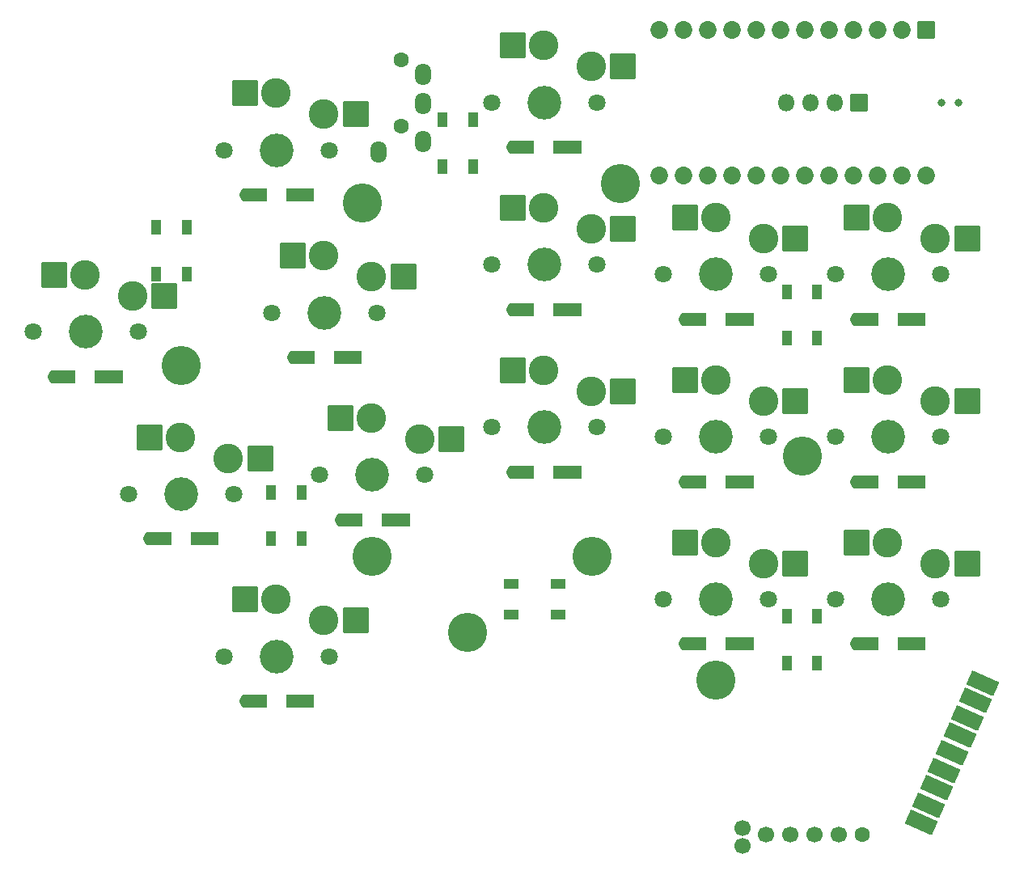
<source format=gbr>
%TF.GenerationSoftware,KiCad,Pcbnew,(6.0.7)*%
%TF.CreationDate,2022-09-08T03:06:03-04:00*%
%TF.ProjectId,left_main_routed,6c656674-5f6d-4616-996e-5f726f757465,v1.0.0*%
%TF.SameCoordinates,Original*%
%TF.FileFunction,Soldermask,Bot*%
%TF.FilePolarity,Negative*%
%FSLAX46Y46*%
G04 Gerber Fmt 4.6, Leading zero omitted, Abs format (unit mm)*
G04 Created by KiCad (PCBNEW (6.0.7)) date 2022-09-08 03:06:03*
%MOMM*%
%LPD*%
G01*
G04 APERTURE LIST*
G04 Aperture macros list*
%AMRoundRect*
0 Rectangle with rounded corners*
0 $1 Rounding radius*
0 $2 $3 $4 $5 $6 $7 $8 $9 X,Y pos of 4 corners*
0 Add a 4 corners polygon primitive as box body*
4,1,4,$2,$3,$4,$5,$6,$7,$8,$9,$2,$3,0*
0 Add four circle primitives for the rounded corners*
1,1,$1+$1,$2,$3*
1,1,$1+$1,$4,$5*
1,1,$1+$1,$6,$7*
1,1,$1+$1,$8,$9*
0 Add four rect primitives between the rounded corners*
20,1,$1+$1,$2,$3,$4,$5,0*
20,1,$1+$1,$4,$5,$6,$7,0*
20,1,$1+$1,$6,$7,$8,$9,0*
20,1,$1+$1,$8,$9,$2,$3,0*%
G04 Aperture macros list end*
%ADD10RoundRect,0.050000X0.889000X0.650000X-0.889000X0.650000X-0.889000X-0.650000X0.889000X-0.650000X0*%
%ADD11RoundRect,0.050000X0.700000X0.650000X-0.700000X0.650000X-0.700000X-0.650000X0.700000X-0.650000X0*%
%ADD12O,1.878000X1.400000*%
%ADD13C,1.801800*%
%ADD14C,3.100000*%
%ADD15C,3.529000*%
%ADD16RoundRect,0.050000X-1.300000X-1.300000X1.300000X-1.300000X1.300000X1.300000X-1.300000X1.300000X0*%
%ADD17C,0.600000*%
%ADD18C,4.100000*%
%ADD19RoundRect,0.050000X-0.850000X0.850000X-0.850000X-0.850000X0.850000X-0.850000X0.850000X0.850000X0*%
%ADD20O,1.800000X1.800000*%
%ADD21RoundRect,0.050000X0.876300X0.876300X-0.876300X0.876300X-0.876300X-0.876300X0.876300X-0.876300X0*%
%ADD22C,1.852600*%
%ADD23C,1.600000*%
%ADD24O,1.700000X2.300000*%
%ADD25C,0.800000*%
%ADD26RoundRect,0.050000X1.675321X0.076151X-1.066113X1.294566X-1.675321X-0.076151X1.066113X-1.294566X0*%
%ADD27C,1.700000*%
%ADD28RoundRect,0.050000X0.500000X-0.750000X0.500000X0.750000X-0.500000X0.750000X-0.500000X-0.750000X0*%
%ADD29RoundRect,0.050000X-0.500000X0.750000X-0.500000X-0.750000X0.500000X-0.750000X0.500000X0.750000X0*%
%ADD30RoundRect,0.050000X-0.750000X-0.500000X0.750000X-0.500000X0.750000X0.500000X-0.750000X0.500000X0*%
G04 APERTURE END LIST*
D10*
%TO.C,D19*%
X-10000000Y12300000D03*
D11*
X-11250000Y12300000D03*
X-14800000Y12300000D03*
D12*
X-16000000Y12300000D03*
%TD*%
D13*
%TO.C,SW25*%
X-43500000Y35000000D03*
D14*
X-44050000Y38750000D03*
X-49050000Y40950000D03*
D15*
X-49000000Y35000000D03*
D13*
X-54500000Y35000000D03*
D16*
X-52275000Y40950000D03*
X-40725000Y38750000D03*
%TD*%
D10*
%TO.C,D23*%
X-28000000Y29300000D03*
D11*
X-29250000Y29300000D03*
D12*
X-34000000Y29300000D03*
D11*
X-32800000Y29300000D03*
%TD*%
D17*
%TO.C,H6*%
X-69060000Y40440000D03*
X-66500000Y41500000D03*
X-66940000Y40440000D03*
X-68000000Y40000000D03*
X-68000000Y43000000D03*
D18*
X-68000000Y41500000D03*
D17*
X-66940000Y42560000D03*
X-69060000Y42560000D03*
X-69500000Y41500000D03*
%TD*%
D14*
%TO.C,SW19*%
X-8050000Y20750000D03*
D15*
X-13000000Y17000000D03*
D13*
X-7500000Y17000000D03*
X-18500000Y17000000D03*
D14*
X-13050000Y22950000D03*
D16*
X-16275000Y22950000D03*
X-4725000Y20750000D03*
%TD*%
D19*
%TO.C,J4*%
X-16000000Y52000000D03*
D20*
X-18540000Y52000000D03*
X-21080000Y52000000D03*
X-23620000Y52000000D03*
%TD*%
D21*
%TO.C,U2*%
X-9030000Y59620000D03*
D22*
X-11570000Y59620000D03*
X-14110000Y59620000D03*
X-16650000Y59620000D03*
X-19190000Y59620000D03*
X-21730000Y59620000D03*
X-24270000Y59620000D03*
X-26810000Y59620000D03*
X-29350000Y59620000D03*
X-31890000Y59620000D03*
X-34430000Y59620000D03*
X-36970000Y59620000D03*
X-9030000Y44380000D03*
X-11570000Y44380000D03*
X-14110000Y44380000D03*
X-16650000Y44380000D03*
X-19190000Y44380000D03*
X-21730000Y44380000D03*
X-24270000Y44380000D03*
X-26810000Y44380000D03*
X-29350000Y44380000D03*
X-31890000Y44380000D03*
X-34430000Y44380000D03*
X-36970000Y44380000D03*
%TD*%
D17*
%TO.C,H8*%
X-88500000Y24500000D03*
D18*
X-87000000Y24500000D03*
D17*
X-85940000Y25560000D03*
X-85940000Y23440000D03*
X-87000000Y23000000D03*
X-85500000Y24500000D03*
X-88060000Y25560000D03*
X-88060000Y23440000D03*
X-87000000Y26000000D03*
%TD*%
D23*
%TO.C,J2*%
X-64000000Y49500000D03*
X-64000000Y56500000D03*
D24*
X-66300000Y46800000D03*
X-61700000Y47900000D03*
X-61700000Y51900000D03*
X-61700000Y54900000D03*
%TD*%
D11*
%TO.C,D30*%
X-75250000Y-10700000D03*
D10*
X-74000000Y-10700000D03*
D11*
X-78800000Y-10700000D03*
D12*
X-80000000Y-10700000D03*
%TD*%
D14*
%TO.C,SW29*%
X-72050000Y50750000D03*
X-77050000Y52950000D03*
D15*
X-77000000Y47000000D03*
D13*
X-82500000Y47000000D03*
X-71500000Y47000000D03*
D16*
X-80275000Y52950000D03*
X-68725000Y50750000D03*
%TD*%
D14*
%TO.C,SW27*%
X-62050000Y16750000D03*
D15*
X-67000000Y13000000D03*
D13*
X-61500000Y13000000D03*
D14*
X-67050000Y18950000D03*
D13*
X-72500000Y13000000D03*
D16*
X-70275000Y18950000D03*
X-58725000Y16750000D03*
%TD*%
D10*
%TO.C,D22*%
X-28000000Y12300000D03*
D11*
X-29250000Y12300000D03*
X-32800000Y12300000D03*
D12*
X-34000000Y12300000D03*
%TD*%
D11*
%TO.C,D20*%
X-11250000Y29300000D03*
D10*
X-10000000Y29300000D03*
D11*
X-14800000Y29300000D03*
D12*
X-16000000Y29300000D03*
%TD*%
D17*
%TO.C,H4*%
X-42500000Y43500000D03*
X-42060000Y42440000D03*
X-39940000Y42440000D03*
X-39940000Y44560000D03*
X-42060000Y44560000D03*
X-41000000Y45000000D03*
X-39500000Y43500000D03*
D18*
X-41000000Y43500000D03*
D17*
X-41000000Y42000000D03*
%TD*%
D11*
%TO.C,D26*%
X-47250000Y47300000D03*
D10*
X-46000000Y47300000D03*
D12*
X-52000000Y47300000D03*
D11*
X-50800000Y47300000D03*
%TD*%
D15*
%TO.C,SW22*%
X-31000000Y17000000D03*
D14*
X-26050000Y20750000D03*
D13*
X-25500000Y17000000D03*
X-36500000Y17000000D03*
D14*
X-31050000Y22950000D03*
D16*
X-34275000Y22950000D03*
X-22725000Y20750000D03*
%TD*%
D10*
%TO.C,D32*%
X-94000000Y23300000D03*
D11*
X-95250000Y23300000D03*
D12*
X-100000000Y23300000D03*
D11*
X-98800000Y23300000D03*
%TD*%
D25*
%TO.C,RST2*%
X-5600000Y52000000D03*
X-7400000Y52000000D03*
%TD*%
D11*
%TO.C,D25*%
X-47250000Y30300000D03*
D10*
X-46000000Y30300000D03*
D11*
X-50800000Y30300000D03*
D12*
X-52000000Y30300000D03*
%TD*%
D14*
%TO.C,SW28*%
X-67050000Y33750000D03*
X-72050000Y35950000D03*
D15*
X-72000000Y30000000D03*
D13*
X-77500000Y30000000D03*
X-66500000Y30000000D03*
D16*
X-75275000Y35950000D03*
X-63725000Y33750000D03*
%TD*%
D15*
%TO.C,SW18*%
X-13000000Y0D03*
D13*
X-18500000Y0D03*
X-7500000Y0D03*
D14*
X-8050000Y3750000D03*
X-13050000Y5950000D03*
D16*
X-16275000Y5950000D03*
X-4725000Y3750000D03*
%TD*%
D13*
%TO.C,SW30*%
X-82500000Y-6000000D03*
D14*
X-77050000Y-50000D03*
D15*
X-77000000Y-6000000D03*
D14*
X-72050000Y-2250000D03*
D13*
X-71500000Y-6000000D03*
D16*
X-80275000Y-50000D03*
X-68725000Y-2250000D03*
%TD*%
D26*
%TO.C,J15*%
X-3053131Y-8784529D03*
X-3865408Y-10612152D03*
X-4677685Y-12439775D03*
X-5489962Y-14267398D03*
X-6302239Y-16095021D03*
X-7114516Y-17922644D03*
X-7926793Y-19750267D03*
X-8739070Y-21577890D03*
X-9551347Y-23405513D03*
%TD*%
D10*
%TO.C,D29*%
X-74000000Y42300000D03*
D11*
X-75250000Y42300000D03*
X-78800000Y42300000D03*
D12*
X-80000000Y42300000D03*
%TD*%
D13*
%TO.C,SW32*%
X-102500000Y28000000D03*
D14*
X-97050000Y33950000D03*
D15*
X-97000000Y28000000D03*
D13*
X-91500000Y28000000D03*
D14*
X-92050000Y31750000D03*
D16*
X-100275000Y33950000D03*
X-88725000Y31750000D03*
%TD*%
D13*
%TO.C,SW31*%
X-81500000Y11000000D03*
X-92500000Y11000000D03*
D14*
X-82050000Y14750000D03*
D15*
X-87000000Y11000000D03*
D14*
X-87050000Y16950000D03*
D16*
X-90275000Y16950000D03*
X-78725000Y14750000D03*
%TD*%
D11*
%TO.C,D31*%
X-85250000Y6300000D03*
D10*
X-84000000Y6300000D03*
D12*
X-90000000Y6300000D03*
D11*
X-88800000Y6300000D03*
%TD*%
D15*
%TO.C,SW20*%
X-13000000Y34000000D03*
D14*
X-8050000Y37750000D03*
X-13050000Y39950000D03*
D13*
X-7500000Y34000000D03*
X-18500000Y34000000D03*
D16*
X-16275000Y39950000D03*
X-4725000Y37750000D03*
%TD*%
D15*
%TO.C,SW24*%
X-49000000Y18000000D03*
D13*
X-43500000Y18000000D03*
D14*
X-44050000Y21750000D03*
D13*
X-54500000Y18000000D03*
D14*
X-49050000Y23950000D03*
D16*
X-52275000Y23950000D03*
X-40725000Y21750000D03*
%TD*%
D17*
%TO.C,H16*%
X-55940000Y-4560000D03*
X-57000000Y-5000000D03*
X-57000000Y-2000000D03*
X-58060000Y-2440000D03*
X-55500000Y-3500000D03*
D18*
X-57000000Y-3500000D03*
D17*
X-58060000Y-4560000D03*
X-55940000Y-2440000D03*
X-58500000Y-3500000D03*
%TD*%
D23*
%TO.C,S2*%
X-15700000Y-24625000D03*
D27*
X-25810000Y-24625000D03*
X-23270000Y-24625000D03*
X-20730000Y-24625000D03*
X-18190000Y-24625000D03*
X-28200000Y-25850000D03*
X-28200000Y-24000000D03*
%TD*%
D10*
%TO.C,D18*%
X-10000000Y-4700000D03*
D11*
X-11250000Y-4700000D03*
D12*
X-16000000Y-4700000D03*
D11*
X-14800000Y-4700000D03*
%TD*%
D13*
%TO.C,SW26*%
X-43500000Y52000000D03*
D15*
X-49000000Y52000000D03*
D13*
X-54500000Y52000000D03*
D14*
X-44050000Y55750000D03*
X-49050000Y57950000D03*
D16*
X-52275000Y57950000D03*
X-40725000Y55750000D03*
%TD*%
D17*
%TO.C,H12*%
X-32500000Y-8500000D03*
D18*
X-31000000Y-8500000D03*
D17*
X-29940000Y-9560000D03*
X-29500000Y-8500000D03*
X-31000000Y-10000000D03*
X-32060000Y-9560000D03*
X-29940000Y-7440000D03*
X-32060000Y-7440000D03*
X-31000000Y-7000000D03*
%TD*%
D18*
%TO.C,H14*%
X-44000000Y4500000D03*
D17*
X-45500000Y4500000D03*
X-44000000Y6000000D03*
X-45060000Y5560000D03*
X-42500000Y4500000D03*
X-45060000Y3440000D03*
X-42940000Y5560000D03*
X-42940000Y3440000D03*
X-44000000Y3000000D03*
%TD*%
%TO.C,H2*%
X-22000000Y16500000D03*
X-20940000Y16060000D03*
X-23060000Y16060000D03*
D18*
X-22000000Y15000000D03*
D17*
X-22000000Y13500000D03*
X-23500000Y15000000D03*
X-23060000Y13940000D03*
X-20940000Y13940000D03*
X-20500000Y15000000D03*
%TD*%
%TO.C,H10*%
X-67000000Y3000000D03*
X-65940000Y5560000D03*
X-67000000Y6000000D03*
X-65940000Y3440000D03*
D18*
X-67000000Y4500000D03*
D17*
X-68060000Y3440000D03*
X-65500000Y4500000D03*
X-68060000Y5560000D03*
X-68500000Y4500000D03*
%TD*%
D11*
%TO.C,D21*%
X-29250000Y-4700000D03*
D10*
X-28000000Y-4700000D03*
D11*
X-32800000Y-4700000D03*
D12*
X-34000000Y-4700000D03*
%TD*%
D14*
%TO.C,SW23*%
X-26050000Y37750000D03*
X-31050000Y39950000D03*
D13*
X-25500000Y34000000D03*
X-36500000Y34000000D03*
D15*
X-31000000Y34000000D03*
D16*
X-34275000Y39950000D03*
X-22725000Y37750000D03*
%TD*%
D11*
%TO.C,D24*%
X-47250000Y13300000D03*
D10*
X-46000000Y13300000D03*
D11*
X-50800000Y13300000D03*
D12*
X-52000000Y13300000D03*
%TD*%
D10*
%TO.C,D28*%
X-69000000Y25300000D03*
D11*
X-70250000Y25300000D03*
D12*
X-75000000Y25300000D03*
D11*
X-73800000Y25300000D03*
%TD*%
D14*
%TO.C,SW21*%
X-26050000Y3750000D03*
X-31050000Y5950000D03*
D13*
X-25500000Y0D03*
X-36500000Y0D03*
D15*
X-31000000Y0D03*
D16*
X-34275000Y5950000D03*
X-22725000Y3750000D03*
%TD*%
D11*
%TO.C,D27*%
X-65250000Y8300000D03*
D10*
X-64000000Y8300000D03*
D11*
X-68800000Y8300000D03*
D12*
X-70000000Y8300000D03*
%TD*%
D28*
%TO.C,DS8*%
X-20400000Y27300000D03*
X-23600000Y27300000D03*
X-23600000Y32200000D03*
X-20400000Y32200000D03*
%TD*%
%TO.C,DS9*%
X-20400000Y-6700000D03*
X-23600000Y-6700000D03*
X-23600000Y-1800000D03*
X-20400000Y-1800000D03*
%TD*%
%TO.C,DS14*%
X-56400000Y45300000D03*
X-59600000Y45300000D03*
X-59600000Y50200000D03*
X-56400000Y50200000D03*
%TD*%
D29*
%TO.C,DS12*%
X-77600000Y11200000D03*
X-74400000Y11200000D03*
X-74400000Y6300000D03*
X-77600000Y6300000D03*
%TD*%
D30*
%TO.C,DS10*%
X-52450000Y-1600000D03*
X-52450000Y1600000D03*
X-47550000Y1600000D03*
X-47550000Y-1600000D03*
%TD*%
D29*
%TO.C,DS13*%
X-89600000Y38950000D03*
X-86400000Y38950000D03*
X-86400000Y34050000D03*
X-89600000Y34050000D03*
%TD*%
M02*

</source>
